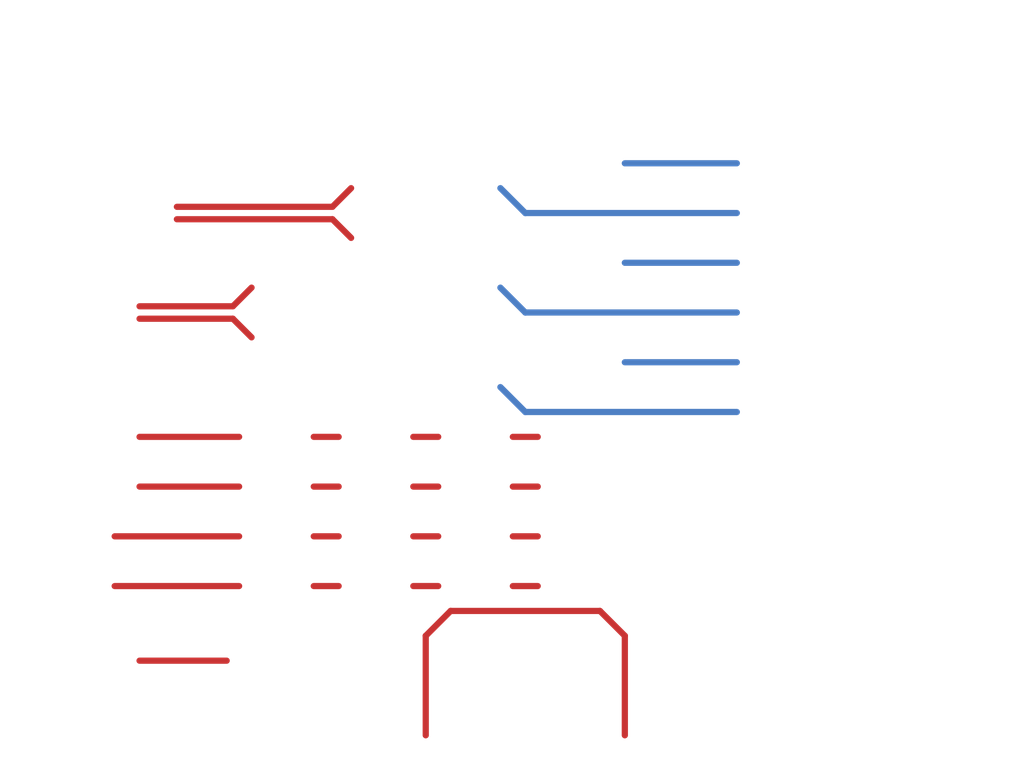
<source format=kicad_pcb>
(kicad_pcb
	(version 20240108)
	(generator "pcbnew")
	(generator_version "8.0")
	(general
		(thickness 1.6)
		(legacy_teardrops no)
	)
	(paper "A4")
	(layers
		(0 "F.Cu" signal)
		(31 "B.Cu" signal)
		(32 "B.Adhes" user "B.Adhesive")
		(33 "F.Adhes" user "F.Adhesive")
		(34 "B.Paste" user)
		(35 "F.Paste" user)
		(36 "B.SilkS" user "B.Silkscreen")
		(37 "F.SilkS" user "F.Silkscreen")
		(38 "B.Mask" user)
		(39 "F.Mask" user)
		(40 "Dwgs.User" user "User.Drawings")
		(41 "Cmts.User" user "User.Comments")
		(42 "Eco1.User" user "User.Eco1")
		(43 "Eco2.User" user "User.Eco2")
		(44 "Edge.Cuts" user)
		(45 "Margin" user)
		(46 "B.CrtYd" user "B.Courtyard")
		(47 "F.CrtYd" user "F.Courtyard")
		(48 "B.Fab" user)
		(49 "F.Fab" user)
		(50 "User.1" user)
		(51 "User.2" user)
		(52 "User.3" user)
		(53 "User.4" user)
		(54 "User.5" user)
		(55 "User.6" user)
		(56 "User.7" user)
		(57 "User.8" user)
		(58 "User.9" user)
	)
	(setup
		(pad_to_mask_clearance 0)
		(allow_soldermask_bridges_in_footprints no)
		(pcbplotparams
			(layerselection 0x00010fc_ffffffff)
			(plot_on_all_layers_selection 0x0000000_00000000)
			(disableapertmacros no)
			(usegerberextensions no)
			(usegerberattributes yes)
			(usegerberadvancedattributes yes)
			(creategerberjobfile yes)
			(dashed_line_dash_ratio 12.000000)
			(dashed_line_gap_ratio 3.000000)
			(svgprecision 4)
			(plotframeref no)
			(viasonmask no)
			(mode 1)
			(useauxorigin no)
			(hpglpennumber 1)
			(hpglpenspeed 20)
			(hpglpendiameter 15.000000)
			(pdf_front_fp_property_popups yes)
			(pdf_back_fp_property_popups yes)
			(dxfpolygonmode yes)
			(dxfimperialunits yes)
			(dxfusepcbnewfont yes)
			(psnegative no)
			(psa4output no)
			(plotreference yes)
			(plotvalue yes)
			(plotfptext yes)
			(plotinvisibletext no)
			(sketchpadsonfab no)
			(subtractmaskfromsilk no)
			(outputformat 1)
			(mirror no)
			(drillshape 1)
			(scaleselection 1)
			(outputdirectory "")
		)
	)
	(net 0 "")
	(gr_line
		(start 191 34)
		(end 201 34)
		(stroke
			(width 0.5)
			(type default)
		)
		(layer "F.Cu")
		(uuid "031bb136-31bc-4288-a4d6-b2fd5f1b9ecc")
	)
	(gr_line
		(start 210 10)
		(end 208.5 8.5)
		(stroke
			(width 0.5)
			(type default)
		)
		(layer "F.Cu")
		(uuid "09a577e1-3a11-4a52-ad3b-881992a58b45")
	)
	(gr_line
		(start 207 34)
		(end 209 34)
		(stroke
			(width 0.5)
			(type default)
		)
		(layer "F.Cu")
		(uuid "1aa7eb93-97b8-438f-910d-599460656764")
	)
	(gr_line
		(start 216 50)
		(end 216 42)
		(stroke
			(width 0.5)
			(type default)
		)
		(layer "F.Cu")
		(uuid "1efa02f5-c37b-484b-9f41-c8be069553c8")
	)
	(gr_line
		(start 230 40)
		(end 232 42)
		(stroke
			(width 0.5)
			(type default)
		)
		(layer "F.Cu")
		(uuid "2f0d336a-e879-4c2c-bbdd-9e048a669452")
	)
	(gr_line
		(start 210 6)
		(end 208.5 7.5)
		(stroke
			(width 0.5)
			(type default)
		)
		(layer "F.Cu")
		(uuid "2fa2aa1c-01c8-45c2-9f01-a0d142de3fc4")
	)
	(gr_line
		(start 223 34)
		(end 225 34)
		(stroke
			(width 0.5)
			(type default)
		)
		(layer "F.Cu")
		(uuid "3628b9a4-752a-4b63-9ff3-33e5c92e6def")
	)
	(gr_line
		(start 207 30)
		(end 209 30)
		(stroke
			(width 0.5)
			(type default)
		)
		(layer "F.Cu")
		(uuid "4512f152-0810-4363-a560-d6233f64a4b5")
	)
	(gr_line
		(start 215 34)
		(end 217 34)
		(stroke
			(width 0.5)
			(type default)
		)
		(layer "F.Cu")
		(uuid "49a42fe3-7fa2-4cfb-b60e-0de6731b282c")
	)
	(gr_line
		(start 223 26)
		(end 225 26)
		(stroke
			(width 0.5)
			(type default)
		)
		(layer "F.Cu")
		(uuid "4ab33009-69a8-4d83-87cd-e7841ae7eb22")
	)
	(gr_line
		(start 191 38)
		(end 201 38)
		(stroke
			(width 0.5)
			(type default)
		)
		(layer "F.Cu")
		(uuid "52b0c3dc-308e-4ef4-9ad6-f0e32603778f")
	)
	(gr_line
		(start 208.5 8.5)
		(end 196 8.5)
		(stroke
			(width 0.5)
			(type default)
		)
		(layer "F.Cu")
		(uuid "617c4191-bde1-49ec-a127-c1e7b191f925")
	)
	(gr_line
		(start 215 30)
		(end 217 30)
		(stroke
			(width 0.5)
			(type default)
		)
		(layer "F.Cu")
		(uuid "665b0f2d-baea-4469-ac3a-ceab928de651")
	)
	(gr_line
		(start 193 30)
		(end 201 30)
		(stroke
			(width 0.5)
			(type default)
		)
		(layer "F.Cu")
		(uuid "669ae184-6f20-4d6c-808e-cc6210482707")
	)
	(gr_line
		(start 207 26)
		(end 209 26)
		(stroke
			(width 0.5)
			(type default)
		)
		(layer "F.Cu")
		(uuid "688b0880-c941-404e-bd63-6620a30c8bf2")
	)
	(gr_line
		(start 202 18)
		(end 200.5 16.5)
		(stroke
			(width 0.5)
			(type default)
		)
		(layer "F.Cu")
		(uuid "6dc8ff40-99b0-4a14-ae2f-336eff146e16")
	)
	(gr_line
		(start 200.5 15.5)
		(end 193 15.5)
		(stroke
			(width 0.5)
			(type default)
		)
		(layer "F.Cu")
		(uuid "6e9de29f-a2ce-42d2-9c03-1fddcc7f5b38")
	)
	(gr_line
		(start 223 30)
		(end 225 30)
		(stroke
			(width 0.5)
			(type default)
		)
		(layer "F.Cu")
		(uuid "80eb588e-7d93-4af6-a295-cc865b04345b")
	)
	(gr_line
		(start 201 26)
		(end 193 26)
		(stroke
			(width 0.5)
			(type default)
		)
		(layer "F.Cu")
		(uuid "85291069-46a0-47e3-9cad-6f60efe3dd25")
	)
	(gr_line
		(start 202 14)
		(end 200.5 15.5)
		(stroke
			(width 0.5)
			(type default)
		)
		(layer "F.Cu")
		(uuid "8c2a111a-c62d-4bfa-bf01-11175af653ad")
	)
	(gr_line
		(start 223 38)
		(end 225 38)
		(stroke
			(width 0.5)
			(type default)
		)
		(layer "F.Cu")
		(uuid "90343806-e46d-4fbf-acd0-b0c0a844f340")
	)
	(gr_line
		(start 215 38)
		(end 217 38)
		(stroke
			(width 0.5)
			(type default)
		)
		(layer "F.Cu")
		(uuid "928e57db-cf9c-4c9b-86a5-e62c6d8c2511")
	)
	(gr_line
		(start 216 42)
		(end 218 40)
		(stroke
			(width 0.5)
			(type default)
		)
		(layer "F.Cu")
		(uuid "931a36ac-e1c5-4bf2-aea7-41b3c0eb96bc")
	)
	(gr_line
		(start 200.5 16.5)
		(end 193 16.5)
		(stroke
			(width 0.5)
			(type default)
		)
		(layer "F.Cu")
		(uuid "9b71c048-ed8d-4609-8ac7-548a1948dbdf")
	)
	(gr_line
		(start 232 42)
		(end 232 50)
		(stroke
			(width 0.5)
			(type default)
		)
		(layer "F.Cu")
		(uuid "bc53ab7a-52b6-4f2f-963f-ed2667f4cc49")
	)
	(gr_line
		(start 207 38)
		(end 209 38)
		(stroke
			(width 0.5)
			(type default)
		)
		(layer "F.Cu")
		(uuid "bd9b5ce7-0d67-4b82-bc5f-94bf6333997a")
	)
	(gr_line
		(start 208.5 7.5)
		(end 196 7.5)
		(stroke
			(width 0.5)
			(type default)
		)
		(layer "F.Cu")
		(uuid "c47eab82-8271-4569-955c-f203f4b3371a")
	)
	(gr_line
		(start 200 44)
		(end 193 44)
		(stroke
			(width 0.5)
			(type default)
		)
		(layer "F.Cu")
		(uuid "cb71569c-5a53-4353-b5e2-37a1684f998b")
	)
	(gr_line
		(start 215 26)
		(end 217 26)
		(stroke
			(width 0.5)
			(type default)
		)
		(layer "F.Cu")
		(uuid "e42ca016-19aa-459c-8c5b-ab8a7e01d56e")
	)
	(gr_line
		(start 218 40)
		(end 230 40)
		(stroke
			(width 0.5)
			(type default)
		)
		(layer "F.Cu")
		(uuid "e8b0ed21-8bb0-4b16-b6d1-35acb904f513")
	)
	(gr_line
		(start 224 24)
		(end 241 24)
		(stroke
			(width 0.5)
			(type default)
		)
		(layer "B.Cu")
		(uuid "190fd7c8-eeb6-4ab4-ad03-26cb1ed4f0eb")
	)
	(gr_line
		(start 224 16)
		(end 241 16)
		(stroke
			(width 0.5)
			(type default)
		)
		(layer "B.Cu")
		(uuid "39a3d780-7a1d-4417-a935-d9a3b9853343")
	)
	(gr_line
		(start 232 4)
		(end 241 4)
		(stroke
			(width 0.5)
			(type default)
		)
		(layer "B.Cu")
		(uuid "7da40e38-debd-4233-b150-427b3b1d45f0")
	)
	(gr_line
		(start 224 8)
		(end 241 8)
		(stroke
			(width 0.5)
			(type default)
		)
		(layer "B.Cu")
		(uuid "a2722a5b-aa88-4882-af0c-5779392ab32b")
	)
	(gr_line
		(start 222 14)
		(end 224 16)
		(stroke
			(width 0.5)
			(type default)
		)
		(layer "B.Cu")
		(uuid "b7ee3f02-14be-4d5a-afc8-126dd0b75fd7")
	)
	(gr_line
		(start 222 6)
		(end 224 8)
		(stroke
			(width 0.5)
			(type default)
		)
		(layer "B.Cu")
		(uuid "c5c32ba2-8c9f-4189-b84d-9a1258eba525")
	)
	(gr_line
		(start 232 12)
		(end 241 12)
		(stroke
			(width 0.5)
			(type default)
		)
		(layer "B.Cu")
		(uuid "db94fc5a-18af-426a-b189-32dc0c689949")
	)
	(gr_line
		(start 232 20)
		(end 241 20)
		(stroke
			(width 0.5)
			(type default)
		)
		(layer "B.Cu")
		(uuid "de1b8a8b-7f1a-46f9-91a4-53c2f7e17dd8")
	)
	(gr_line
		(start 222 22)
		(end 224 24)
		(stroke
			(width 0.5)
			(type default)
		)
		(layer "B.Cu")
		(uuid "f1f9a8b2-839c-47c4-826e-d57e593b82f0")
	)
	(gr_circle
		(center 212 44)
		(end 215 44)
		(stroke
			(width 0.2)
			(type default)
		)
		(fill none)
		(layer "Dwgs.User")
		(uuid "14dfc953-f631-4cd3-8aea-3781f660af32")
	)
	(gr_circle
		(center 204 4)
		(end 207 4)
		(stroke
			(width 0.2)
			(type solid)
		)
		(fill none)
		(layer "Dwgs.User")
		(uuid "17cd316e-304d-4e4c-9f06-99296e2db195")
	)
	(gr_circle
		(center 228 3.935316)
		(end 231 3.935316)
		(stroke
			(width 0.2)
			(type default)
		)
		(fill none)
		(layer "Dwgs.User")
		(uuid "1c394645-cf03-4471-8ca2-9dcb049edce4")
	)
	(gr_line
		(start 264 0)
		(end 264 48)
		(stroke
			(width 0.2)
			(type default)
		)
		(layer "Dwgs.User")
		(uuid "35a0ccfb-13f0-4b69-ae2a-78ca0f4d1dbe")
	)
	(gr_line
		(start 244 0)
		(end 244 48)
		(stroke
			(width 0.2)
			(type default)
		)
		(layer "Dwgs.User")
		(uuid "3a6a6cbb-0af7-4198-9d96-a30286680ade")
	)
	(gr_circle
		(center 228 11.935316)
		(end 231 11.935316)
		(stroke
			(width 0.2)
			(type default)
		)
		(fill none)
		(layer "Dwgs.User")
		(uuid "3b069441-f2ae-40ce-bf32-6913ad145be2")
	)
	(gr_line
		(start 200 0)
		(end 244 0)
		(stroke
			(width 0.2)
			(type default)
		)
		(layer "Dwgs.User")
		(uuid "3b2dd49e-00c1-4f1c-b7d8-bc2eef496971")
	)
	(gr_circle
		(center 212 4)
		(end 215 4)
		(stroke
			(width 0.2)
			(type default)
		)
		(fill none)
		(layer "Dwgs.User")
		(uuid "42388a51-b99f-4111-be08-7588c0f767be")
	)
	(gr_circle
		(center 220 36)
		(end 223 36)
		(stroke
			(width 0.2)
			(type default)
		)
		(fill none)
		(layer "Dwgs.User")
		(uuid "42f5cda1-6c5c-44bf-bf71-5c6c5c4979b3")
	)
	(gr_circle
		(center 220 4)
		(end 223 4)
		(stroke
			(width 0.2)
			(type default)
		)
		(fill none)
		(layer "Dwgs.User")
		(uuid "44272ff4-a6e2-4290-85db-4967a370030f")
	)
	(gr_line
		(start 198 46)
		(end 193 46)
		(stroke
			(width 0.2)
			(type default)
		)
		(layer "Dwgs.User")
		(uuid "4cd74c78-5454-44ca-8898-16b41187cf9e")
	)
	(gr_line
		(start 193 46)
		(end 193 35)
		(stroke
			(width 0.2)
			(type default)
		)
		(layer "Dwgs.User")
		(uuid "4f9f6cb9-382b-40c7-a6a0-7257391958a1")
	)
	(gr_line
		(start 193 35)
		(end 198 35)
		(stroke
			(width 0.2)
			(type default)
		)
		(layer "Dwgs.User")
		(uuid "549f0f6c-22c5-46f2-a23d-2e4c00fc8ea1")
	)
	(gr_circle
		(center 204 12)
		(end 207 12)
		(stroke
			(width 0.2)
			(type default)
		)
		(fill none)
		(layer "Dwgs.User")
		(uuid "55cf9a3f-b602-40a2-bc01-6a5939df7b3d")
	)
	(gr_line
		(start 254 23)
		(end 254 25)
		(stroke
			(width 0.2)
			(type default)
		)
		(layer "Dwgs.User")
		(uuid "561c7bb5-8f31-47e6-9a1a-c02f39e9d9eb")
	)
	(gr_circle
		(center 220 28)
		(end 223 28)
		(stroke
			(width 0.2)
			(type default)
		)
		(fill none)
		(layer "Dwgs.User")
		(uuid "571cb9ac-0928-4d62-a36d-4775df7796a0")
	)
	(gr_circle
		(center 204 28)
		(end 207 28)
		(stroke
			(width 0.2)
			(type default)
		)
		(fill none)
		(layer "Dwgs.User")
		(uuid "59c37de8-4603-48d2-b308-dde71592bf05")
	)
	(gr_circle
		(center 204 36)
		(end 207 36)
		(stroke
			(width 0.2)
			(type default)
		)
		(fill none)
		(layer "Dwgs.User")
		(uuid "677ebd70-92b2-4f5c-bbab-a76f08eaeed8")
	)
	(gr_circle
		(center 204 20)
		(end 207 20)
		(stroke
			(width 0.2)
			(type default)
		)
		(fill none)
		(layer "Dwgs.User")
		(uuid "6f4fdd4c-dc21-4829-9e5b-8a6a3ff65ac6")
	)
	(gr_circle
		(center 228 43.935316)
		(end 231 43.935316)
		(stroke
			(width 0.2)
			(type default)
		)
		(fill none)
		(layer "Dwgs.User")
		(uuid "7cfb5e89-214e-433e-bf19-3fea9b3fb104")
	)
	(gr_rect
		(start 193 43)
		(end 198 46)
		(stroke
			(width 0.2)
			(type solid)
		)
		(fill solid)
		(layer "Dwgs.User")
		(uuid "7d25dee5-bdb5-4cdf-9fd6-6371a01f97d1")
	)
	(gr_line
		(start 244 48)
		(end 200 48)
		(stroke
			(width 0.2)
			(type default)
		)
		(layer "Dwgs.User")
		(uuid "924c0166-6ddf-4e46-a463-710fbf8c2a2f")
	)
	(gr_line
		(start 244 2)
		(end 264 2)
		(stroke
			(width 0.2)
			(type default)
		)
		(layer "Dwgs.User")
		(uuid "948bf26b-86ba-4376-ba0a-333792850e40")
	)
	(gr_line
		(start 264 48)
		(end 244 48)
		(stroke
			(width 0.2)
			(type default)
		)
		(layer "Dwgs.User")
		(uuid "99722949-dde9-4ef8-a40a-532917ea3447")
	)
	(gr_line
		(start 198 35)
		(end 198 46)
		(stroke
			(width 0.2)
			(type default)
		)
		(layer "Dwgs.User")
		(uuid "9bf5ba10-ddf5-42a2-a6f2-601714ed9c34")
	)
	(gr_line
		(start 200 48)
		(end 200 0)
		(stroke
			(width 0.2)
			(type default)
		)
		(layer "Dwgs.User")
		(uuid "9cc19133-f900-4ec4-869c-add00cab5b67")
	)
	(gr_circle
		(center 212 28)
		(end 215 28)
		(stroke
			(width 0.2)
			(type default)
		)
		(fill none)
		(layer "Dwgs.User")
		(uuid "a1188c68-3ad1-460b-a51a-7704beaf0088")
	)
	(gr_circle
		(center 220 12)
		(end 223 12)
		(stroke
			(width 0.2)
			(type default)
		)
		(fill none)
		(layer "Dwgs.User")
		(uuid "a8a3ff20-27a5-4368-a125-1f91b3cab07c")
	)
	(gr_circle
		(center 212 36)
		(end 215 36)
		(stroke
			(width 0.2)
			(type default)
		)
		(fill none)
		(layer "Dwgs.User")
		(uuid "b1034166-0795-4457-94fe-8dd56ac17216")
	)
	(gr_line
		(start 255 26)
		(end 264 26)
		(stroke
			(width 0.2)
			(type default)
		)
		(layer "Dwgs.User")
		(uuid "b59409a5-702c-43c5-b147-690682a7aa6e")
	)
	(gr_line
		(start 254 25)
		(end 255 26)
		(stroke
			(width 0.2)
			(type default)
		)
		(layer "Dwgs.User")
		(uuid "b8b71235-cdc2-49e6-9eb7-f834042aeef7")
	)
	(gr_circle
		(center 228 19.935316)
		(end 231 20)
		(stroke
			(width 0.2)
			(type default)
		)
		(fill none)
		(layer "Dwgs.User")
		(uuid "bcaff42b-661f-4f42-a800-d5d5d6af3f82")
	)
	(gr_circle
		(center 204 44)
		(end 207 44)
		(stroke
			(width 0.2)
			(type default)
		)
		(fill none)
		(layer "Dwgs.User")
		(uuid "bd244df3-39d8-4b3c-835f-232b6d633592")
	)
	(gr_circle
		(center 228 27.935316)
		(end 231 28)
		(stroke
			(width 0.2)
			(type default)
		)
		(fill none)
		(layer "Dwgs.User")
		(uuid "c240ba84-744f-4104-b3fb-b31ccba8a848")
	)
	(gr_line
		(start 244 46)
		(end 264 46)
		(stroke
			(width 0.2)
			(type default)
		)
		(layer "Dwgs.User")
		(uuid "d27798bb-f91e-41cb-a321-fd0453de1d61")
	)
	(gr_circle
		(center 228 35.935316)
		(end 231 36)
		(stroke
			(width 0.2)
			(type default)
		)
		(fill none)
		(layer "Dwgs.User")
		(uuid "d3976c7f-603e-4367-8efb-e5eb0bf9de9a")
	)
	(gr_circle
		(center 220 20)
		(end 223 20)
		(stroke
			(width 0.2)
			(type default)
		)
		(fill none)
		(layer "Dwgs.User")
		(uuid "d6019fda-0719-4e18-983c-11333db8208c")
	)
	(gr_circle
		(center 220 44)
		(end 223 44)
		(stroke
			(width 0.2)
			(type default)
		)
		(fill none)
		(layer "Dwgs.User")
		(uuid "dcc27747-c25d-45ae-9800-42ca81faf60b")
	)
	(gr_line
		(start 244 0)
		(end 264 0)
		(stroke
			(width 0.2)
			(type default)
		)
		(layer "Dwgs.User")
		(uuid "e13938d5-3e7e-434a-bcba-e6e08a7994b5")
	)
	(gr_line
		(start 264 22)
		(end 255 22)
		(stroke
			(width 0.2)
			(type default)
		)
		(layer "Dwgs.User")
		(uuid "e52c8152-63e0-46bf-9fcc-7172f2251f9e")
	)
	(gr_rect
		(start 193 35)
		(end 198 38)
		(stroke
			(width 0.2)
			(type solid)
		)
		(fill solid)
		(layer "Dwgs.User")
		(uuid "f0275718-cdbf-4f9e-bd68-108fdfb13326")
	)
	(gr_circle
		(center 212 20)
		(end 215 20)
		(stroke
			(width 0.2)
			(type default)
		)
		(fill none)
		(layer "Dwgs.User")
		(uuid "fa881d01-f0d2-445a-a528-616b4cc0e55a")
	)
	(gr_circle
		(center 212 12)
		(end 215 12)
		(stroke
			(width 0.2)
			(type default)
		)
		(fill none)
		(layer "Dwgs.User")
		(uuid "feb6bca7-471b-4bb3-ba11-8924960a9173")
	)
	(gr_line
		(start 255 22)
		(end 254 23)
		(stroke
			(width 0.2)
			(type default)
		)
		(layer "Dwgs.User")
		(uuid "ff33fa3e-f8a8-4ace-a7f7-3ade3bfed607")
	)
	(gr_line
		(start 191 13)
		(end 190 14)
		(stroke
			(width 0.2)
			(type default)
		)
		(layer "Cmts.User")
		(uuid "842c74d9-f36e-46f9-928d-43e483d8745c")
	)
	(gr_line
		(start 190 14)
		(end 190 39)
		(stroke
			(width 0.2)
			(type default)
		)
		(layer "Cmts.User")
		(uuid "ac824d1a-9d69-43f7-a653-8b2a454bac54")
	)
	(gr_line
		(start 190 39)
		(end 191 40)
		(stroke
			(width 0.2)
			(type default)
		)
		(layer "Cmts.User")
		(uuid "fe33983c-1f8a-46f1-9783-412c6ae55100")
	)
	(gr_text "D4\nVBUS_LP"
		(at 204 28 0)
		(layer "Cmts.User")
		(uuid "0cd24504-da01-4081-a332-47f237fc05ff")
		(effects
			(font
				(size 0.8 0.8)
				(thickness 0.15)
				(bold yes)
			)
		)
	)
	(gr_text "C3\nGND"
		(at 212 20 0)
		(layer "Cmts.User")
		(uuid "0ee31b87-176d-4744-8db1-02b3e9c31c84")
		(effects
			(font
				(size 0.8 0.8)
				(thickness 0.15)
				(bold yes)
			)
		)
	)
	(gr_text "A4\nVBUS_LP"
		(at 228 28 0)
		(layer "Cmts.User")
		(uuid "1a7a07cb-14f7-465d-99fe-196713aaffe6")
		(effects
			(font
				(size 0.8 0.8)
				(thickness 0.15)
				(bold yes)
			)
		)
	)
	(gr_text "C4\nVBUS_LP"
		(at 212 28 0)
		(layer "Cmts.User")
		(uuid "26154c88-dbb1-4321-8b2e-e37c13a086d3")
		(effects
			(font
				(size 0.8 0.8)
				(thickness 0.15)
				(bold yes)
			)
		)
	)
	(gr_text "C1\nT1S_P"
		(at 212 4 0)
		(layer "Cmts.User")
		(uuid "319f8ec8-9a8e-4f50-bedd-661d9d388f91")
		(effects
			(font
				(size 0.8 0.8)
				(thickness 0.15)
				(bold yes)
			)
		)
	)
	(gr_text "A3\nReserved"
		(at 228 19.935316 0)
		(layer "Cmts.User")
		(uuid "3b427347-9cda-42cd-a5b0-ec865df02ef2")
		(effects
			(font
				(size 0.8 0.8)
				(thickness 0.15)
				(bold yes)
			)
		)
	)
	(gr_text "A5\nGND"
		(at 228 36 0)
		(layer "Cmts.User")
		(uuid "45fabb09-8280-422b-bbe7-ed3168075711")
		(effects
			(font
				(size 0.8 0.8)
				(thickness 0.15)
				(bold yes)
			)
		)
	)
	(gr_text "B6\nChassis"
		(at 220 44 0)
		(layer "Cmts.User")
		(uuid "48d71353-e856-4d91-82e4-591ca4b95f01")
		(effects
			(font
				(size 0.8 0.8)
				(thickness 0.15)
				(bold yes)
			)
		)
	)
	(gr_text "D5\nGND"
		(at 204 36 0)
		(layer "Cmts.User")
		(uuid "583de80f-3d3f-49c2-8266-657b276dc435")
		(effects
			(font
				(size 0.8 0.8)
				(thickness 0.15)
				(bold yes)
			)
		)
	)
	(gr_text "C5\nGND"
		(at 212 36 0)
		(layer "Cmts.User")
		(uuid "5cb0fe66-17c4-45b5-9cdf-28f546b4a845")
		(effects
			(font
				(size 0.8 0.8)
				(thickness 0.15)
				(bold yes)
			)
		)
	)
	(gr_text "D6\nCD"
		(at 204 44 0)
		(layer "Cmts.User")
		(uuid "746b0cd8-2269-4e03-b2f7-d26308991458")
		(effects
			(font
				(size 0.8 0.8)
				(thickness 0.15)
				(bold yes)
			)
		)
	)
	(gr_text "D1\nGND"
		(at 204 4 0)
		(layer "Cmts.User")
		(uuid "7b55f1fd-8dca-41e3-8f3c-bbd9d4831d91")
		(effects
			(font
				(size 0.8 0.8)
				(thickness 0.15)
				(bold yes)
			)
		)
	)
	(gr_text "A2\nReserved"
		(at 228 11.935316 0)
		(layer "Cmts.User")
		(uuid "81327d18-9eec-4590-a57a-2b7b6431aacd")
		(effects
			(font
				(size 0.8 0.8)
				(thickness 0.15)
				(bold yes)
			)
		)
	)
	(gr_text "D3\nNBUS_N"
		(at 204 20 0)
		(layer "Cmts.User")
		(uuid "87e7f6f3-21bd-47cf-92da-23fe10a39473")
		(effects
			(font
				(size 0.8 0.8)
				(thickness 0.15)
				(bold yes)
			)
		)
	)
	(gr_text "Minimum functionality connection"
		(at 189 26.437652 90)
		(layer "Cmts.User")
		(uuid "90d5d222-6688-4525-8938-4aeb5c03e3c2")
		(effects
			(font
				(size 0.8 0.8)
				(thickness 0.15)
				(bold yes)
			)
		)
	)
	(gr_text "A6\nChassis"
		(at 228 43.935316 0)
		(layer "Cmts.User")
		(uuid "96881f21-cdd7-4173-80c1-752e8be1c5b8")
		(effects
			(font
				(size 0.8 0.8)
				(thickness 0.15)
				(bold yes)
			)
		)
	)
	(gr_text "B1\nReserved"
		(at 220 4 0)
		(layer "Cmts.User")
		(uuid "96b0044c-d0c7-481c-9e94-ba9ac1a44399")
		(effects
			(font
				(size 0.8 0.8)
				(thickness 0.15)
				(bold yes)
			)
		)
	)
	(gr_text "D2\nNBUS_P"
		(at 204 12 0)
		(layer "Cmts.User")
		(uuid "9bead7f1-827d-495c-b596-c9b40875b1ff")
		(effects
			(font
				(size 0.8 0.8)
				(thickness 0.15)
				(bold yes)
			)
		)
	)
	(gr_text "B3\nReserved"
		(at 220 20 0)
		(layer "Cmts.User")
		(uuid "be1baf11-0638-47b0-9df9-d40d94ae2dcb")
		(effects
			(font
				(size 0.8 0.8)
				(thickness 0.15)
				(bold yes)
			)
		)
	)
	(gr_text "B2\nReserved"
		(at 220 12 0)
		(layer "Cmts.User")
		(uuid "c3b3d756-8e02-4f02-8e9a-86eea24b5a73")
		(effects
			(font
				(size 0.8 0.8)
				(thickness 0.15)
				(bold yes)
			)
		)
	)
	(gr_text "JM0"
		(at 260 43 0)
		(layer "Cmts.User")
		(uuid "d5bbd396-f8e3-419d-9987-b7c49be6ea5f")
		(effects
			(font
				(size 2 2)
				(thickness 0.4)
				(bold yes)
			)
		)
	)
	(gr_text "C2\nT1S_N"
		(at 212 12 0)
		(layer "Cmts.User")
		(uuid "db24f3b0-96eb-463c-a335-a8f53d60eb58")
		(effects
			(font
				(size 0.8 0.8)
				(thickness 0.15)
				(bold yes)
			)
		)
	)
	(gr_text "A1\nReserved"
		(at 228 3.935316 0)
		(layer "Cmts.User")
		(uuid "db2782a7-9ec0-4722-9675-4763105f6f2f")
		(effects
			(font
				(size 0.8 0.8)
				(thickness 0.15)
				(bold yes)
			)
		)
	)
	(gr_text "C6\nGND"
		(at 212 44 0)
		(layer "Cmts.User")
		(uuid "e2a246e9-e9f1-4e14-9d68-4270f558fb93")
		(effects
			(font
				(size 0.8 0.8)
				(thickness 0.15)
				(bold yes)
			)
		)
	)
	(gr_text "B5\nGND"
		(at 220 36 0)
		(layer "Cmts.User")
		(uuid "e8ff9d23-bec5-4089-b814-5cd07b83b2f2")
		(effects
			(font
				(size 0.8 0.8)
				(thickness 0.15)
				(bold yes)
			)
		)
	)
	(gr_text "B4\nVBUS_LP"
		(at 220 28 0)
		(layer "Cmts.User")
		(uuid "f8aa1b7b-5b62-4e5d-9be3-6c521f201d5b")
		(effects
			(font
				(size 0.8 0.8)
				(thickness 0.15)
				(bold yes)
			)
		)
	)
	(dimension
		(type leader)
		(layer "Cmts.User")
		(uuid "2c743f80-dcc0-445c-8dde-4ac2e797d0db")
		(pts
			(xy 260 15) (xy 258 15)
		)
		(gr_text "Backplane"
			(at 253 15 0)
			(layer "Cmts.User")
			(uuid "2c743f80-dcc0-445c-8dde-4ac2e797d0db")
			(effects
				(font
					(size 0.8 0.8)
					(thickness 0.15)
				)
			)
		)
		(format
			(prefix "")
			(suffix "")
			(units 0)
			(units_format 0)
			(precision 4)
			(override_value "Backplane")
		)
		(style
			(thickness 0.2)
			(arrow_length 1.27)
			(text_position_mode 0)
			(text_frame 1)
			(extension_offset 0.5)
		)
	)
	(dimension
		(type leader)
		(layer "Cmts.User")
		(uuid "390e17a2-b29b-4054-a319-1fb37c632d1d")
		(pts
			(xy 239 2) (xy 235 -5)
		)
		(gr_text "Suggested routing (RFU)"
			(at 235 -5 0)
			(layer "Cmts.User")
			(uuid "390e17a2-b29b-4054-a319-1fb37c632d1d")
			(effects
				(font
					(size 0.8 0.8)
					(thickness 0.15)
				)
			)
		)
		(format
			(prefix "")
			(suffix "")
			(units 0)
			(units_format 0)
			(precision 4)
			(override_value "Suggested routing (RFU)")
		)
		(style
			(thickness 0.2)
			(arrow_length 1.27)
			(text_position_mode 0)
			(text_frame 1)
			(extension_offset 0.5)
		)
	)
	(dimension
		(type leader)
		(layer "Cmts.User")
		(uuid "6601697f-6e30-47e5-9cba-c56aeb989d56")
		(pts
			(xy 195 13) (xy 193 -5)
		)
		(gr_text "Suggested routing (nbus & power)"
			(at 193 -5 0)
			(layer "Cmts.User")
			(uuid "6601697f-6e30-47e5-9cba-c56aeb989d56")
			(effects
				(font
					(size 0.8 0.8)
					(thickness 0.15)
				)
			)
		)
		(format
			(prefix "")
			(suffix "")
			(units 0)
			(units_format 0)
			(precision 4)
			(override_value "Suggested routing (nbus & power)")
		)
		(style
			(thickness 0.2)
			(arrow_length 1.27)
			(text_position_mode 0)
			(text_frame 1)
			(extension_offset 0.5)
		)
	)
	(dimension
		(type leader)
		(layer "Cmts.User")
		(uuid "afed6326-bcd7-4652-8980-85b4aa0a6f83")
		(pts
			(xy 224.5 49) (xy 220.5 52)
		)
		(gr_text "Chassis connection (edge rails)"
			(at 208.5 52 0)
			(layer "Cmts.User")
			(uuid "afed6326-bcd7-4652-8980-85b4aa0a6f83")
			(effects
				(font
					(size 0.8 0.8)
					(thickness 0.15)
				)
			)
		)
		(format
			(prefix "")
			(suffix "")
			(units 0)
			(units_format 0)
			(precision 4)
			(override_value "Chassis connection (edge rails)")
		)
		(style
			(thickness 0.2)
			(arrow_length 1.27)
			(text_position_mode 0)
			(text_frame 1)
			(extension_offset 0.5)
		)
	)
	(dimension
		(type leader)
		(layer "Cmts.User")
		(uuid "d9d1d62f-74e4-46ec-993b-47e3a9188b3c")
		(pts
			(xy 192.5 47.5) (xy 190.5 52)
		)
		(gr_text "Card detect resistor"
			(at 190.5 52 0)
			(layer "Cmts.User")
			(uuid "d9d1d62f-74e4-46ec-993b-47e3a9188b3c")
			(effects
				(font
					(size 0.8 0.8)
					(thickness 0.15)
				)
			)
		)
		(format
			(prefix "")
			(suffix "")
			(units 0)
			(units_format 0)
			(precision 4)
			(override_value "Card detect resistor")
		)
		(style
			(thickness 0.2)
			(arrow_length 1.27)
			(text_position_mode 0)
			(text_frame 1)
			(extension_offset 0.5)
		)
	)
	(dimension
		(type leader)
		(layer "Cmts.User")
		(uuid "e6b0cca1-021a-4044-8bbc-5bb1ccf038a5")
		(pts
			(xy 208 7) (xy 207 -8)
		)
		(gr_text "Optional (10Base-T1S)"
			(at 207 -8 0)
			(layer "Cmts.User")
			(uuid "e6b0cca1-021a-4044-8bbc-5bb1ccf038a5")
			(effects
				(font
					(size 0.8 0.8)
					(thickness 0.15)
				)
			)
		)
		(format
			(prefix "")
			(suffix "")
			(units 0)
			(units_format 0)
			(precision 4)
			(override_value "Optional (10Base-T1S)")
		)
		(style
			(thickness 0.2)
			(arrow_length 1.27)
			(text_position_mode 0)
			(text_frame 1)
			(extension_offset 0.5)
		)
	)
)

</source>
